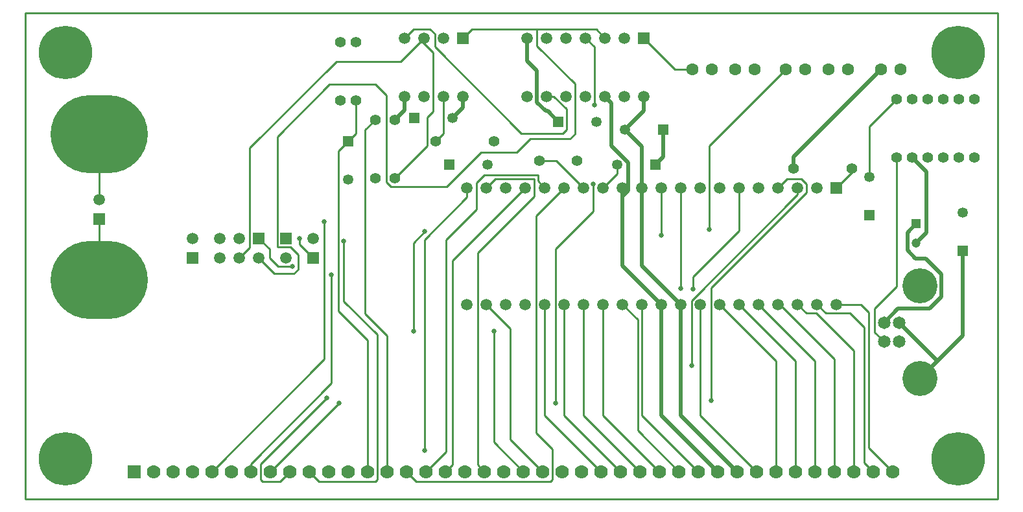
<source format=gbl>
%FSLAX23Y23*%
%MOIN*%
G70*
G01*
G75*
G04 Layer_Physical_Order=2*
%ADD10C,0.010*%
%ADD11C,0.020*%
%ADD12C,0.063*%
%ADD13C,0.059*%
%ADD14R,0.059X0.059*%
%ADD15C,0.065*%
%ADD16C,0.180*%
%ADD17C,0.047*%
%ADD18R,0.047X0.047*%
%ADD19O,0.500X0.400*%
%ADD20C,0.070*%
%ADD21R,0.070X0.070*%
%ADD22C,0.275*%
%ADD23C,0.059*%
%ADD24R,0.059X0.059*%
%ADD25C,0.055*%
%ADD26R,0.053X0.053*%
%ADD27C,0.053*%
%ADD28C,0.025*%
D10*
X3043Y1673D02*
Y1720D01*
X2970Y1600D02*
X3043Y1673D01*
X2644Y1740D02*
X2730D01*
X2870Y1600D01*
X4340Y1915D02*
X4480Y2055D01*
X4340Y1657D02*
Y1915D01*
X1760Y140D02*
Y816D01*
X1700Y1880D02*
Y2050D01*
X1660Y1840D02*
X1700Y1880D01*
X1609Y1789D02*
X1660Y1840D01*
X380Y1540D02*
Y1875D01*
X3515Y1815D02*
X3910Y2210D01*
X3515Y1385D02*
Y1815D01*
X3340Y2210D02*
X3430D01*
X3180Y2370D02*
X3340Y2210D01*
X4480Y1093D02*
Y1755D01*
X4367Y855D02*
X4415Y808D01*
X2935Y2415D02*
X2980Y2370D01*
X2630Y2415D02*
X2935D01*
X2295D02*
X2630D01*
Y2330D02*
Y2415D01*
X2250Y2370D02*
X2295Y2415D01*
X1200Y1240D02*
X1281Y1159D01*
X2035Y2355D02*
X2095Y2295D01*
X2035Y2355D02*
X2050Y2370D01*
X1930Y2250D02*
X2035Y2355D01*
X1900Y1650D02*
X2066Y1816D01*
X1100Y1240D02*
X1153Y1293D01*
X2680Y2070D02*
X2716D01*
X1950Y2370D02*
X1997Y2417D01*
X2150Y1880D02*
Y2070D01*
X2110Y1840D02*
X2150Y1880D01*
X1860Y140D02*
Y839D01*
X1748Y1898D02*
X1800Y1950D01*
X380Y1125D02*
Y1440D01*
X2880Y2370D02*
X2925Y2325D01*
Y2025D02*
Y2325D01*
X4250Y1680D02*
Y1700D01*
X4170Y1600D02*
X4250Y1680D01*
X1996Y1316D02*
X2054Y1374D01*
X1996Y863D02*
Y1316D01*
X3970Y1565D02*
Y1600D01*
X3425Y686D02*
Y1020D01*
X3870Y1600D02*
X3915Y1645D01*
X3525Y504D02*
Y1085D01*
X1538Y718D02*
Y1425D01*
X960Y140D02*
X1538Y718D01*
X3670Y1378D02*
Y1600D01*
X3434Y1080D02*
Y1142D01*
X1574Y594D02*
Y1153D01*
X1160Y140D02*
Y180D01*
X2920Y1479D02*
Y1620D01*
X2725Y492D02*
Y1284D01*
X1260Y140D02*
X1612Y492D01*
X3370Y1083D02*
Y1600D01*
X1210Y180D02*
X1550Y520D01*
X1310Y90D02*
X1360Y140D01*
X3270Y1355D02*
Y1600D01*
X1637Y1017D02*
Y1326D01*
X1460Y140D02*
X1510Y90D01*
X2625Y1455D02*
X2770Y1600D01*
X1960Y140D02*
X2010Y90D01*
X2635Y1635D02*
X2670Y1600D01*
X2060Y140D02*
X2163Y243D01*
X1410Y1310D02*
Y1340D01*
Y1310D02*
X1480Y1240D01*
X2195Y1225D02*
X2570Y1600D01*
X2160Y140D02*
X2195Y175D01*
X2370Y1600D02*
X2415Y1645D01*
X2325Y175D02*
X2360Y140D01*
X2270Y1551D02*
Y1600D01*
X2052Y249D02*
Y1333D01*
X2409Y291D02*
X2560Y140D01*
X2409Y291D02*
Y861D01*
X2493Y307D02*
X2660Y140D01*
X2370Y1000D02*
X2493Y877D01*
X2670Y430D02*
X2960Y140D01*
X2670Y430D02*
Y1000D01*
X2770Y430D02*
X3060Y140D01*
X2770Y430D02*
Y1000D01*
X1200Y1340D02*
X1256Y1284D01*
X1301Y1195D02*
X1374D01*
X2870Y430D02*
Y1000D01*
Y430D02*
X3160Y140D01*
X2970Y430D02*
X3260Y140D01*
X2970Y430D02*
Y1000D01*
X3149Y351D02*
X3360Y140D01*
X3070Y1000D02*
X3149Y921D01*
X3170Y430D02*
X3460Y140D01*
X3170Y430D02*
Y1000D01*
X3470Y430D02*
X3760Y140D01*
X3470Y430D02*
Y1000D01*
X3860Y140D02*
Y710D01*
X3570Y1000D02*
X3860Y710D01*
X3960Y140D02*
Y710D01*
X3670Y1000D02*
X3960Y710D01*
X4060Y140D02*
Y710D01*
X3770Y1000D02*
X4060Y710D01*
X4160Y140D02*
Y720D01*
X3870Y1000D02*
X3880D01*
X4260Y140D02*
Y762D01*
X3970Y1000D02*
X4015Y955D01*
X4314Y186D02*
X4360Y140D01*
X4070Y1000D02*
X4115Y955D01*
X4338Y262D02*
X4460Y140D01*
X4170Y1000D02*
X4298D01*
X1609Y967D02*
X1760Y816D01*
X1609Y967D02*
Y1789D01*
X2630Y2330D02*
X2825Y2135D01*
Y1876D02*
Y2135D01*
X2800Y1851D02*
X2825Y1876D01*
X2596Y1851D02*
X2800D01*
X2527Y1782D02*
X2596Y1851D01*
X2342Y1782D02*
X2527D01*
X2167Y1607D02*
X2342Y1782D01*
X1880Y1607D02*
X2167D01*
X1857Y1630D02*
X1880Y1607D01*
X1857Y1630D02*
Y2075D01*
X1800Y2132D02*
X1857Y2075D01*
X1564Y2132D02*
X1800D01*
X1295Y1863D02*
X1564Y2132D01*
X1295Y1295D02*
Y1863D01*
Y1295D02*
X1362D01*
X1402Y1255D01*
Y1180D02*
Y1255D01*
X1381Y1159D02*
X1402Y1180D01*
X1281Y1159D02*
X1381D01*
X2066Y1816D02*
Y1963D01*
X2095Y1992D01*
Y2295D01*
X1748Y951D02*
X1860Y839D01*
X1748Y951D02*
Y1898D01*
X3425Y1020D02*
X3970Y1565D01*
X3915Y1645D02*
X3990D01*
X4015Y1620D01*
Y1575D02*
Y1620D01*
X3525Y1085D02*
X4015Y1575D01*
X3434Y1142D02*
X3670Y1378D01*
X2725Y1284D02*
X2920Y1479D01*
X1220Y90D02*
X1310D01*
X1210Y100D02*
X1220Y90D01*
X1210Y100D02*
Y180D01*
X1637Y1017D02*
X1810Y844D01*
Y100D02*
Y844D01*
X1800Y90D02*
X1810Y100D01*
X1510Y90D02*
X1800D01*
X2325Y175D02*
Y1265D01*
X2615Y1555D01*
Y1644D01*
X2614Y1645D02*
X2615Y1644D01*
X2415Y1645D02*
X2614D01*
X2493Y307D02*
Y877D01*
X3880Y1000D02*
X4160Y720D01*
X4067Y955D02*
X4260Y762D01*
X4015Y955D02*
X4067D01*
X1160Y180D02*
X1574Y594D01*
X1256Y1240D02*
Y1284D01*
Y1240D02*
X1301Y1195D01*
X2052Y1333D02*
X2270Y1551D01*
X2716Y2070D02*
X2782Y2004D01*
Y1900D02*
Y2004D01*
X2762Y1880D02*
X2782Y1900D01*
X2550Y1880D02*
X2762D01*
X2105Y2325D02*
X2550Y1880D01*
X2105Y2325D02*
Y2392D01*
X2080Y2417D02*
X2105Y2392D01*
X1997Y2417D02*
X2080D01*
X2163Y243D02*
Y1331D01*
X2320Y1488D01*
Y1625D01*
X2360Y1665D01*
X2635D01*
Y1635D02*
Y1665D01*
X2195Y175D02*
Y1225D01*
X2625Y339D02*
Y1455D01*
Y339D02*
X2710Y254D01*
Y100D02*
Y254D01*
X2700Y90D02*
X2710Y100D01*
X2010Y90D02*
X2700D01*
X1153Y1293D02*
Y1804D01*
X1599Y2250D01*
X1930D01*
X4314Y186D02*
Y881D01*
X4240Y955D02*
X4314Y881D01*
X4115Y955D02*
X4240D01*
X4298Y1000D02*
X4338Y960D01*
Y262D02*
Y960D01*
X3149Y351D02*
Y921D01*
X4367Y980D02*
X4480Y1093D01*
X4367Y855D02*
Y980D01*
X0Y0D02*
Y2500D01*
Y0D02*
X5000D01*
Y2500D01*
X0D02*
X5000D01*
D11*
X4535Y1370D02*
X4580Y1415D01*
X3950Y1760D02*
X4400Y2210D01*
X3950Y1700D02*
Y1760D01*
X4415Y906D02*
X4487Y979D01*
X3370Y430D02*
Y1000D01*
Y430D02*
X3660Y140D01*
X3180Y1997D02*
Y2070D01*
X3083Y1900D02*
X3180Y1997D01*
X2250Y2013D02*
Y2070D01*
X2197Y1960D02*
X2250Y2013D01*
X3083Y1900D02*
X3170Y1813D01*
Y1200D02*
X3370Y1000D01*
X3170Y1600D02*
Y1813D01*
Y1200D02*
Y1600D01*
X4560Y1755D02*
X4634Y1681D01*
X4580Y1315D02*
X4634Y1369D01*
X3280Y1760D02*
Y1900D01*
X3240Y1720D02*
X3280Y1760D01*
X3100Y1600D02*
Y1730D01*
Y1585D02*
Y1600D01*
X3092Y1578D02*
X3100Y1585D01*
X3070Y1555D02*
X3092Y1578D01*
X4820Y840D02*
Y1275D01*
X4690Y710D02*
X4820Y840D01*
X4600Y620D02*
X4690Y710D01*
X4493Y906D02*
X4690Y710D01*
X3270Y430D02*
Y1000D01*
X3070Y1200D02*
X3270Y1000D01*
X3070Y1555D02*
Y1600D01*
Y1200D02*
Y1555D01*
X3270Y430D02*
X3560Y140D01*
X2580Y2252D02*
Y2370D01*
X2980Y2070D02*
X3013Y2037D01*
X1950Y2000D02*
Y2070D01*
X2686Y1994D02*
X2740Y1940D01*
X1900Y1950D02*
X1950Y2000D01*
X4634Y1369D02*
Y1681D01*
X3013Y1817D02*
Y2037D01*
Y1817D02*
X3100Y1730D01*
X2676Y1994D02*
X2686D01*
X2630Y2040D02*
X2676Y1994D01*
X2630Y2040D02*
Y2202D01*
X2580Y2252D02*
X2630Y2202D01*
X4535Y1280D02*
Y1370D01*
Y1280D02*
X4578Y1237D01*
X4630D01*
X4710Y1157D01*
Y1040D02*
Y1157D01*
X4649Y979D02*
X4710Y1040D01*
X4487Y979D02*
X4649D01*
D12*
X4230Y2210D02*
D03*
X4130D02*
D03*
X3910D02*
D03*
X4010D02*
D03*
X4500D02*
D03*
X4400D02*
D03*
X3430D02*
D03*
X3530D02*
D03*
X3750D02*
D03*
X3650D02*
D03*
D13*
X1000Y1240D02*
D03*
Y1340D02*
D03*
X1100Y1240D02*
D03*
Y1340D02*
D03*
X1200Y1240D02*
D03*
X380Y1540D02*
D03*
X1480Y1340D02*
D03*
X1340Y1240D02*
D03*
X860Y1340D02*
D03*
D14*
X1200D02*
D03*
X380Y1440D02*
D03*
X1480Y1240D02*
D03*
X1340Y1340D02*
D03*
X860Y1240D02*
D03*
D15*
X4493Y906D02*
D03*
X4415Y906D02*
D03*
Y808D02*
D03*
X4493D02*
D03*
D16*
X4600Y1094D02*
D03*
Y620D02*
D03*
D17*
X4580Y1315D02*
D03*
D18*
Y1415D02*
D03*
D19*
X380Y1875D02*
D03*
Y1125D02*
D03*
D20*
X4460Y140D02*
D03*
X4360D02*
D03*
X4260D02*
D03*
X4160D02*
D03*
X4060D02*
D03*
X3960D02*
D03*
X3860D02*
D03*
X3760D02*
D03*
X3660D02*
D03*
X3560D02*
D03*
X3460D02*
D03*
X3360D02*
D03*
X3260D02*
D03*
X3160D02*
D03*
X3060D02*
D03*
X2960D02*
D03*
X2860D02*
D03*
X2760D02*
D03*
X2660D02*
D03*
X2560D02*
D03*
X2460D02*
D03*
X2360D02*
D03*
X2260D02*
D03*
X2160D02*
D03*
X2060D02*
D03*
X1960D02*
D03*
X1860D02*
D03*
X1760D02*
D03*
X1660D02*
D03*
X1560D02*
D03*
X1460D02*
D03*
X1360D02*
D03*
X1260D02*
D03*
X1160D02*
D03*
X1060D02*
D03*
X960D02*
D03*
X860D02*
D03*
X760D02*
D03*
X660D02*
D03*
D21*
X560D02*
D03*
D22*
X205Y205D02*
D03*
X4795D02*
D03*
Y2295D02*
D03*
X205D02*
D03*
D23*
X1950Y2070D02*
D03*
X2050D02*
D03*
X2150D02*
D03*
X2250D02*
D03*
X1950Y2370D02*
D03*
X2050D02*
D03*
X2150D02*
D03*
X4170Y1000D02*
D03*
X4070D02*
D03*
X3970D02*
D03*
X3870D02*
D03*
X3770D02*
D03*
X3670D02*
D03*
X3570D02*
D03*
X3470D02*
D03*
X3170D02*
D03*
X3070D02*
D03*
X2970D02*
D03*
X2870D02*
D03*
X2770D02*
D03*
X2670D02*
D03*
X2370D02*
D03*
X2270D02*
D03*
Y1600D02*
D03*
X2370D02*
D03*
X2570D02*
D03*
X2670D02*
D03*
X2770D02*
D03*
X3270Y1000D02*
D03*
X3070Y1600D02*
D03*
X3370Y1000D02*
D03*
X3170Y1600D02*
D03*
X3270D02*
D03*
X3370D02*
D03*
X3470D02*
D03*
X3570D02*
D03*
X3670D02*
D03*
X3770D02*
D03*
X3870D02*
D03*
X3970D02*
D03*
X4070D02*
D03*
X2570Y1000D02*
D03*
X2470D02*
D03*
Y1600D02*
D03*
X2870D02*
D03*
X2970D02*
D03*
X3080Y2070D02*
D03*
X2780D02*
D03*
X2980Y2370D02*
D03*
X3080D02*
D03*
X2780D02*
D03*
X2680D02*
D03*
Y2070D02*
D03*
X2880Y2370D02*
D03*
X2580Y2070D02*
D03*
X3180D02*
D03*
X2580Y2370D02*
D03*
X2880Y2070D02*
D03*
X2980D02*
D03*
D24*
X2250Y2370D02*
D03*
X4170Y1600D02*
D03*
X3180Y2370D02*
D03*
D25*
X4640Y1755D02*
D03*
X4560D02*
D03*
X4880D02*
D03*
X1900Y1950D02*
D03*
X4720Y1755D02*
D03*
X4800D02*
D03*
X3950Y1700D02*
D03*
X4250D02*
D03*
X1800Y1650D02*
D03*
Y1950D02*
D03*
X1900Y1650D02*
D03*
X4480Y1755D02*
D03*
X4640Y2055D02*
D03*
X4560D02*
D03*
X4880D02*
D03*
X4720D02*
D03*
X4800D02*
D03*
X4480D02*
D03*
X2644Y1740D02*
D03*
X2836D02*
D03*
X1700Y2350D02*
D03*
Y2050D02*
D03*
X1620D02*
D03*
Y2350D02*
D03*
X2110Y1840D02*
D03*
X2410D02*
D03*
D26*
X2000Y1960D02*
D03*
X2740Y1940D02*
D03*
X4340Y1460D02*
D03*
X2180Y1720D02*
D03*
X3240D02*
D03*
X1660Y1840D02*
D03*
X4820Y1275D02*
D03*
X3280Y1900D02*
D03*
D27*
X2197Y1960D02*
D03*
X2937Y1940D02*
D03*
X1660Y1643D02*
D03*
X4340Y1657D02*
D03*
X2377Y1720D02*
D03*
X3043D02*
D03*
X4820Y1472D02*
D03*
X3083Y1900D02*
D03*
D28*
X3425Y686D02*
D03*
X3525Y504D02*
D03*
X3434Y1080D02*
D03*
X1612Y492D02*
D03*
X2725D02*
D03*
X2920Y1620D02*
D03*
X1550Y520D02*
D03*
X3370Y1083D02*
D03*
X3270Y1355D02*
D03*
X1637Y1326D02*
D03*
X1574Y1153D02*
D03*
X3515Y1385D02*
D03*
X2054Y1374D02*
D03*
X1996Y863D02*
D03*
X1538Y1425D02*
D03*
X1374Y1195D02*
D03*
X1410Y1340D02*
D03*
X2052Y249D02*
D03*
X2409Y861D02*
D03*
X2925Y2025D02*
D03*
M02*

</source>
